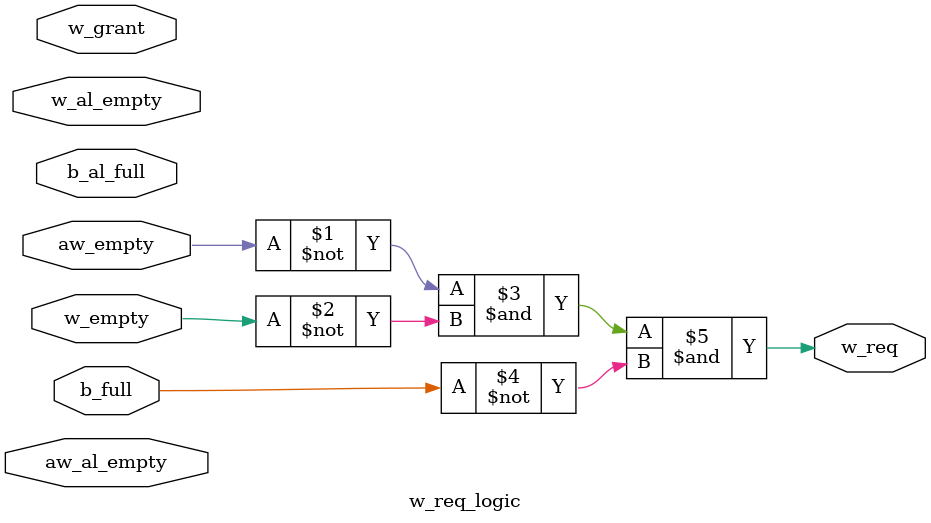
<source format=sv>
module w_req_logic(
    input logic aw_empty,
    input logic aw_al_empty,
    input logic w_empty,
    input logic w_al_empty,
    input logic b_full,
    input logic b_al_full,
    input logic w_grant,
    output logic w_req
);
//    assign w_req = w_grant ?
//        (~aw_al_empty & ~w_al_empty & ~b_al_full) :
//        (~aw_empty & ~w_empty & ~b_full);
		assign w_req = ~aw_empty & ~w_empty & ~b_full;
endmodule
</source>
